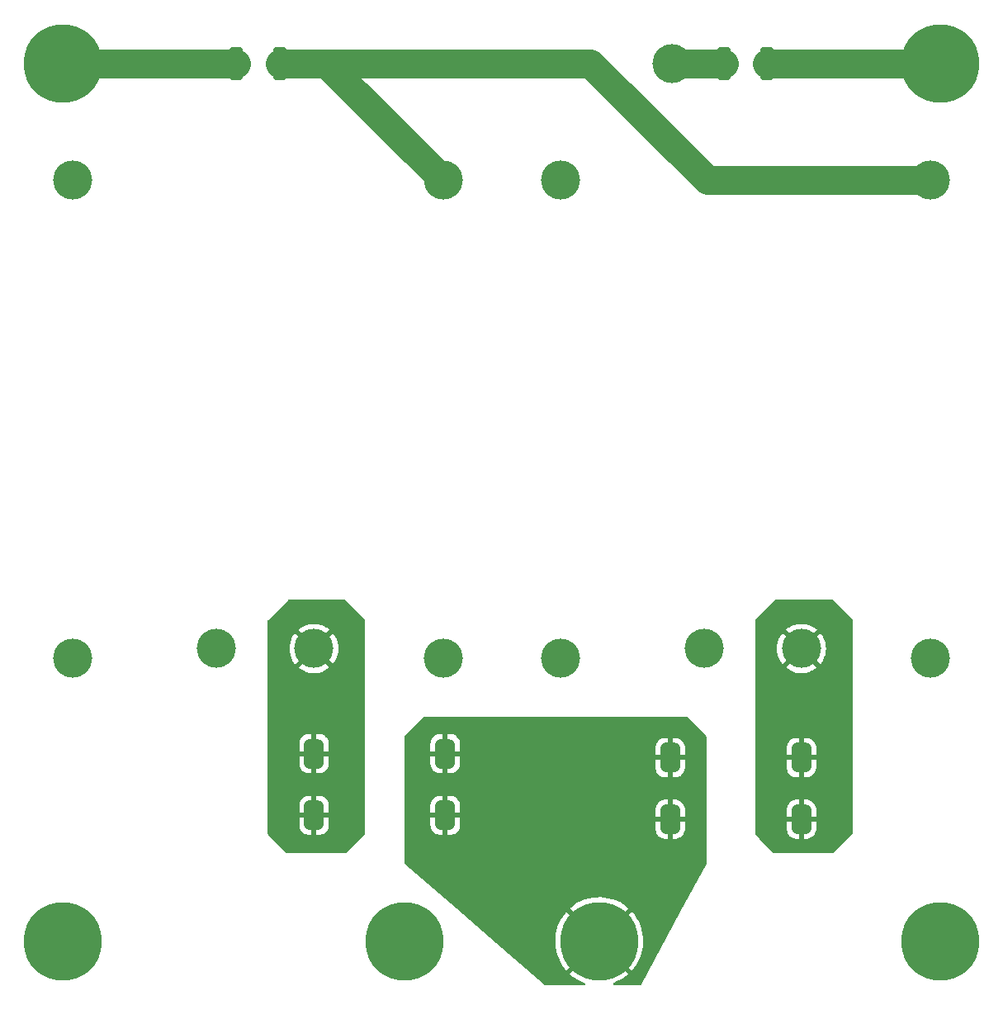
<source format=gbr>
%TF.GenerationSoftware,KiCad,Pcbnew,(6.0.7)*%
%TF.CreationDate,2022-10-27T22:38:12-07:00*%
%TF.ProjectId,3s25ABMS,33733235-4142-44d5-932e-6b696361645f,1.0*%
%TF.SameCoordinates,Original*%
%TF.FileFunction,Copper,L1,Top*%
%TF.FilePolarity,Positive*%
%FSLAX46Y46*%
G04 Gerber Fmt 4.6, Leading zero omitted, Abs format (unit mm)*
G04 Created by KiCad (PCBNEW (6.0.7)) date 2022-10-27 22:38:12*
%MOMM*%
%LPD*%
G01*
G04 APERTURE LIST*
G04 Aperture macros list*
%AMRoundRect*
0 Rectangle with rounded corners*
0 $1 Rounding radius*
0 $2 $3 $4 $5 $6 $7 $8 $9 X,Y pos of 4 corners*
0 Add a 4 corners polygon primitive as box body*
4,1,4,$2,$3,$4,$5,$6,$7,$8,$9,$2,$3,0*
0 Add four circle primitives for the rounded corners*
1,1,$1+$1,$2,$3*
1,1,$1+$1,$4,$5*
1,1,$1+$1,$6,$7*
1,1,$1+$1,$8,$9*
0 Add four rect primitives between the rounded corners*
20,1,$1+$1,$2,$3,$4,$5,0*
20,1,$1+$1,$4,$5,$6,$7,0*
20,1,$1+$1,$6,$7,$8,$9,0*
20,1,$1+$1,$8,$9,$2,$3,0*%
G04 Aperture macros list end*
%TA.AperFunction,SMDPad,CuDef*%
%ADD10RoundRect,0.250000X0.400000X1.450000X-0.400000X1.450000X-0.400000X-1.450000X0.400000X-1.450000X0*%
%TD*%
%TA.AperFunction,ComponentPad*%
%ADD11C,4.000000*%
%TD*%
%TA.AperFunction,ComponentPad*%
%ADD12C,0.900000*%
%TD*%
%TA.AperFunction,ComponentPad*%
%ADD13C,8.000000*%
%TD*%
%TA.AperFunction,SMDPad,CuDef*%
%ADD14RoundRect,0.250000X-0.400000X-1.450000X0.400000X-1.450000X0.400000X1.450000X-0.400000X1.450000X0*%
%TD*%
%TA.AperFunction,SMDPad,CuDef*%
%ADD15RoundRect,0.500000X0.500000X1.000000X-0.500000X1.000000X-0.500000X-1.000000X0.500000X-1.000000X0*%
%TD*%
%TA.AperFunction,SMDPad,CuDef*%
%ADD16RoundRect,0.500000X-0.500000X-1.000000X0.500000X-1.000000X0.500000X1.000000X-0.500000X1.000000X0*%
%TD*%
%TA.AperFunction,ViaPad*%
%ADD17C,4.000000*%
%TD*%
%TA.AperFunction,Conductor*%
%ADD18C,0.250000*%
%TD*%
%TA.AperFunction,Conductor*%
%ADD19C,3.000000*%
%TD*%
G04 APERTURE END LIST*
D10*
%TO.P,F2,1*%
%TO.N,B2*%
X77225000Y-55000000D03*
%TO.P,F2,2*%
%TO.N,Net-(F2-Pad2)*%
X72775000Y-55000000D03*
%TD*%
D11*
%TO.P,U2,6,P-*%
%TO.N,Net-(H6-Pad1)*%
X120750000Y-115000000D03*
%TO.P,U2,5,P+*%
%TO.N,Net-(F4-Pad1)*%
X130750000Y-115000000D03*
%TO.P,U2,4,B2*%
%TO.N,B2*%
X144000000Y-67000000D03*
%TO.P,U2,3,B-*%
%TO.N,B-*%
X106000000Y-67000000D03*
%TO.P,U2,2,B1*%
%TO.N,B1*%
X106000000Y-116000000D03*
%TO.P,U2,1,B+*%
%TO.N,B+*%
X144000000Y-116000000D03*
%TD*%
D12*
%TO.P,H1,1,1*%
%TO.N,B+*%
X58000000Y-145000000D03*
X52000000Y-145000000D03*
X57121320Y-142878680D03*
D13*
X55000000Y-145000000D03*
D12*
X55000000Y-142000000D03*
X52878680Y-142878680D03*
X55000000Y-148000000D03*
X57121320Y-147121320D03*
X52878680Y-147121320D03*
%TD*%
%TO.P,H2,1,1*%
%TO.N,Net-(F2-Pad2)*%
X57121320Y-52878680D03*
X55000000Y-52000000D03*
X52878680Y-57121320D03*
X58000000Y-55000000D03*
X52000000Y-55000000D03*
X57121320Y-57121320D03*
X55000000Y-58000000D03*
D13*
X55000000Y-55000000D03*
D12*
X52878680Y-52878680D03*
%TD*%
D14*
%TO.P,F1,1*%
%TO.N,B1*%
X122775000Y-55000000D03*
%TO.P,F1,2*%
%TO.N,Net-(F1-Pad2)*%
X127225000Y-55000000D03*
%TD*%
D13*
%TO.P,H5,1,1*%
%TO.N,Net-(F3-Pad2)*%
X110000000Y-145000000D03*
D12*
X107878680Y-142878680D03*
X107000000Y-145000000D03*
X113000000Y-145000000D03*
X110000000Y-148000000D03*
X107878680Y-147121320D03*
X112121320Y-142878680D03*
X110000000Y-142000000D03*
X112121320Y-147121320D03*
%TD*%
D15*
%TO.P,F4,1*%
%TO.N,Net-(F4-Pad1)*%
X130750000Y-132500000D03*
X130750000Y-126180000D03*
%TO.P,F4,2*%
%TO.N,Net-(F3-Pad2)*%
X117290000Y-126180000D03*
X117290000Y-132500000D03*
%TD*%
D12*
%TO.P,H6,1,1*%
%TO.N,Net-(H6-Pad1)*%
X87878680Y-142878680D03*
D13*
X90000000Y-145000000D03*
D12*
X90000000Y-148000000D03*
X92121320Y-142878680D03*
X90000000Y-142000000D03*
X87878680Y-147121320D03*
X93000000Y-145000000D03*
X87000000Y-145000000D03*
X92121320Y-147121320D03*
%TD*%
%TO.P,H4,1,1*%
%TO.N,B-*%
X142878680Y-142878680D03*
D13*
X145000000Y-145000000D03*
D12*
X145000000Y-142000000D03*
X147121320Y-147121320D03*
X147121320Y-142878680D03*
X145000000Y-148000000D03*
X142000000Y-145000000D03*
X148000000Y-145000000D03*
X142878680Y-147121320D03*
%TD*%
%TO.P,H3,1,1*%
%TO.N,Net-(F1-Pad2)*%
X145000000Y-58000000D03*
X147121320Y-52878680D03*
X142878680Y-57121320D03*
X142000000Y-55000000D03*
D13*
X145000000Y-55000000D03*
D12*
X147121320Y-57121320D03*
X145000000Y-52000000D03*
X142878680Y-52878680D03*
X148000000Y-55000000D03*
%TD*%
D11*
%TO.P,U1,1,B+*%
%TO.N,B+*%
X94000000Y-116000000D03*
%TO.P,U1,2,B1*%
%TO.N,B1*%
X56000000Y-116000000D03*
%TO.P,U1,3,B-*%
%TO.N,B-*%
X56000000Y-67000000D03*
%TO.P,U1,4,B2*%
%TO.N,B2*%
X94000000Y-67000000D03*
%TO.P,U1,5,P+*%
%TO.N,Net-(F3-Pad1)*%
X80750000Y-115000000D03*
%TO.P,U1,6,P-*%
%TO.N,Net-(H6-Pad1)*%
X70750000Y-115000000D03*
%TD*%
D16*
%TO.P,F3,1*%
%TO.N,Net-(F3-Pad1)*%
X80750000Y-125770000D03*
X80750000Y-132090000D03*
%TO.P,F3,2*%
%TO.N,Net-(F3-Pad2)*%
X94210000Y-125770000D03*
X94210000Y-132090000D03*
%TD*%
D17*
%TO.N,B1*%
X117500000Y-55000000D03*
%TD*%
D18*
%TO.N,Net-(F3-Pad1)*%
X80750000Y-125020000D02*
X80000000Y-125770000D01*
D19*
%TO.N,B1*%
X117500000Y-55000000D02*
X122775000Y-55000000D01*
%TO.N,B2*%
X109100000Y-55000000D02*
X82000000Y-55000000D01*
X144000000Y-67000000D02*
X121100000Y-67000000D01*
X121100000Y-67000000D02*
X109100000Y-55000000D01*
X82000000Y-55000000D02*
X77225000Y-55000000D01*
X94000000Y-67000000D02*
X82000000Y-55000000D01*
D18*
%TO.N,Net-(F4-Pad1)*%
X130000000Y-126180000D02*
X130750000Y-125430000D01*
D19*
%TO.N,Net-(F1-Pad2)*%
X127225000Y-55000000D02*
X145000000Y-55000000D01*
%TO.N,Net-(F2-Pad2)*%
X55000000Y-55000000D02*
X72775000Y-55000000D01*
%TD*%
%TA.AperFunction,Conductor*%
%TO.N,Net-(F3-Pad2)*%
G36*
X106319219Y-121996761D02*
G01*
X118947829Y-121999987D01*
X119015945Y-122020006D01*
X119036892Y-122036892D01*
X120963095Y-123963095D01*
X120997121Y-124025407D01*
X121000000Y-124052190D01*
X121000000Y-136968233D01*
X120984939Y-137027970D01*
X118306605Y-142002020D01*
X114311932Y-149420699D01*
X114309488Y-149425237D01*
X114259581Y-149475732D01*
X114198549Y-149491500D01*
X111557210Y-149491500D01*
X111489089Y-149471498D01*
X111442596Y-149417842D01*
X111432492Y-149347568D01*
X111461986Y-149282988D01*
X111517021Y-149246081D01*
X111629233Y-149208318D01*
X111634563Y-149206250D01*
X112003946Y-149043332D01*
X112009053Y-149040797D01*
X112362145Y-148845075D01*
X112367024Y-148842074D01*
X112700898Y-148615174D01*
X112705511Y-148611723D01*
X112991829Y-148376539D01*
X113000290Y-148364106D01*
X112994040Y-148353250D01*
X112647408Y-148006618D01*
X111762111Y-147121320D01*
X111236023Y-146595233D01*
X110012812Y-145372022D01*
X109998868Y-145364408D01*
X109997035Y-145364539D01*
X109990420Y-145368790D01*
X108763978Y-146595232D01*
X107878680Y-147480529D01*
X107352593Y-148006617D01*
X107007723Y-148351487D01*
X107000109Y-148365431D01*
X107000190Y-148366564D01*
X107005168Y-148374136D01*
X107025401Y-148393539D01*
X107029678Y-148397283D01*
X107345218Y-148649175D01*
X107349801Y-148652505D01*
X107686867Y-148874759D01*
X107691763Y-148877677D01*
X108047543Y-149068444D01*
X108052717Y-149070923D01*
X108424339Y-149228668D01*
X108429680Y-149230654D01*
X108476020Y-149245532D01*
X108534766Y-149285400D01*
X108562631Y-149350700D01*
X108550769Y-149420699D01*
X108502945Y-149473172D01*
X108437503Y-149491500D01*
X104460271Y-149491500D01*
X104392150Y-149471498D01*
X104377750Y-149460717D01*
X104331576Y-149420699D01*
X99409198Y-145154638D01*
X105489964Y-145154638D01*
X105490163Y-145160343D01*
X105522540Y-145562753D01*
X105523258Y-145568430D01*
X105591970Y-145966229D01*
X105593201Y-145971829D01*
X105697689Y-146361786D01*
X105699413Y-146367219D01*
X105838817Y-146746108D01*
X105841025Y-146751362D01*
X106014192Y-147116050D01*
X106016877Y-147121099D01*
X106222390Y-147468606D01*
X106225500Y-147473358D01*
X106461668Y-147800812D01*
X106465208Y-147805278D01*
X106625528Y-147989704D01*
X106638657Y-147998113D01*
X106648570Y-147992220D01*
X106993382Y-147647408D01*
X107878680Y-146762111D01*
X107950260Y-146690531D01*
X108404767Y-146236023D01*
X109627978Y-145012812D01*
X109634356Y-145001132D01*
X110364408Y-145001132D01*
X110364539Y-145002965D01*
X110368790Y-145009580D01*
X111595232Y-146236022D01*
X112049739Y-146690530D01*
X112121319Y-146762110D01*
X113006617Y-147647407D01*
X113350688Y-147991478D01*
X113364134Y-147998820D01*
X113373970Y-147991900D01*
X113573611Y-147755657D01*
X113577097Y-147751130D01*
X113808659Y-147420424D01*
X113811716Y-147415608D01*
X114012350Y-147065281D01*
X114014962Y-147060199D01*
X114183020Y-146693127D01*
X114185159Y-146687834D01*
X114319255Y-146307047D01*
X114320908Y-146301573D01*
X114419939Y-145910206D01*
X114421090Y-145904600D01*
X114484245Y-145505854D01*
X114484880Y-145500192D01*
X114511709Y-145096260D01*
X114511843Y-145092753D01*
X114512796Y-145001773D01*
X114512734Y-144998225D01*
X114494371Y-144593843D01*
X114493855Y-144588165D01*
X114439063Y-144188177D01*
X114438036Y-144182577D01*
X114347216Y-143789198D01*
X114345682Y-143783702D01*
X114219588Y-143400183D01*
X114217558Y-143394841D01*
X114057226Y-143024336D01*
X114054722Y-143019202D01*
X113861471Y-142664752D01*
X113858508Y-142659861D01*
X113633930Y-142324389D01*
X113630537Y-142319787D01*
X113376832Y-142006489D01*
X113363963Y-141999226D01*
X113362596Y-141999305D01*
X113355268Y-142003942D01*
X113006618Y-142352592D01*
X112121320Y-143237889D01*
X111595233Y-143763977D01*
X110372022Y-144987188D01*
X110364408Y-145001132D01*
X109634356Y-145001132D01*
X109635592Y-144998868D01*
X109635461Y-144997035D01*
X109631210Y-144990420D01*
X108404768Y-143763978D01*
X107519471Y-142878680D01*
X106993383Y-142352593D01*
X106650424Y-142009634D01*
X106636480Y-142002020D01*
X106636287Y-142002033D01*
X106627465Y-142008012D01*
X106524743Y-142121298D01*
X106521091Y-142125712D01*
X106278139Y-142448120D01*
X106274906Y-142452843D01*
X106062173Y-142795946D01*
X106059379Y-142800946D01*
X105878624Y-143161905D01*
X105876290Y-143167147D01*
X105728992Y-143543009D01*
X105727149Y-143548422D01*
X105614517Y-143936103D01*
X105613175Y-143941653D01*
X105536142Y-144337952D01*
X105535309Y-144343593D01*
X105494512Y-144745234D01*
X105494192Y-144750958D01*
X105489964Y-145154638D01*
X99409198Y-145154638D01*
X95352361Y-141638713D01*
X107001723Y-141638713D01*
X107001735Y-141639144D01*
X107007102Y-141647892D01*
X107352592Y-141993382D01*
X107809334Y-142450125D01*
X107878679Y-142519470D01*
X108763977Y-143404767D01*
X109987188Y-144627978D01*
X110001132Y-144635592D01*
X110002965Y-144635461D01*
X110009580Y-144631210D01*
X111236022Y-143404768D01*
X112121320Y-142519471D01*
X112190665Y-142450126D01*
X112647407Y-141993383D01*
X112990943Y-141649847D01*
X112998351Y-141636280D01*
X112991609Y-141626624D01*
X112780533Y-141445711D01*
X112776040Y-141442200D01*
X112446969Y-141208341D01*
X112442146Y-141205233D01*
X112093242Y-141002166D01*
X112088177Y-140999519D01*
X111722296Y-140828905D01*
X111717003Y-140826724D01*
X111337166Y-140689973D01*
X111331706Y-140688284D01*
X110941036Y-140586522D01*
X110935446Y-140585334D01*
X110537154Y-140519397D01*
X110531490Y-140518721D01*
X110128851Y-140489153D01*
X110123150Y-140488994D01*
X109719489Y-140496040D01*
X109713801Y-140496398D01*
X109312457Y-140539998D01*
X109306787Y-140540876D01*
X108911058Y-140620669D01*
X108905512Y-140622051D01*
X108518627Y-140737387D01*
X108513223Y-140739269D01*
X108138396Y-140889189D01*
X108133189Y-140891551D01*
X107773475Y-141074834D01*
X107768510Y-141077655D01*
X107426897Y-141292781D01*
X107422202Y-141296044D01*
X107101494Y-141541243D01*
X107097114Y-141544917D01*
X107009910Y-141625106D01*
X107001723Y-141638713D01*
X95352361Y-141638713D01*
X90043479Y-137037682D01*
X90005101Y-136977952D01*
X90000000Y-136942465D01*
X90000000Y-133184681D01*
X92702000Y-133184681D01*
X92702077Y-133187733D01*
X92703233Y-133196945D01*
X92740162Y-133380091D01*
X92743752Y-133391833D01*
X92814978Y-133562943D01*
X92820778Y-133573759D01*
X92923885Y-133727779D01*
X92931678Y-133737266D01*
X93062734Y-133868322D01*
X93072221Y-133876115D01*
X93226241Y-133979222D01*
X93237057Y-133985022D01*
X93408167Y-134056248D01*
X93419909Y-134059838D01*
X93603055Y-134096767D01*
X93612267Y-134097923D01*
X93615319Y-134098000D01*
X93937885Y-134098000D01*
X93953124Y-134093525D01*
X93954329Y-134092135D01*
X93956000Y-134084452D01*
X93956000Y-134079885D01*
X94464000Y-134079885D01*
X94468475Y-134095124D01*
X94469865Y-134096329D01*
X94477548Y-134098000D01*
X94804681Y-134098000D01*
X94807733Y-134097923D01*
X94816945Y-134096767D01*
X95000091Y-134059838D01*
X95011833Y-134056248D01*
X95182943Y-133985022D01*
X95193759Y-133979222D01*
X95347779Y-133876115D01*
X95357266Y-133868322D01*
X95488322Y-133737266D01*
X95496115Y-133727779D01*
X95585216Y-133594681D01*
X115782000Y-133594681D01*
X115782077Y-133597733D01*
X115783233Y-133606945D01*
X115820162Y-133790091D01*
X115823752Y-133801833D01*
X115894978Y-133972943D01*
X115900778Y-133983759D01*
X116003885Y-134137779D01*
X116011678Y-134147266D01*
X116142734Y-134278322D01*
X116152221Y-134286115D01*
X116306241Y-134389222D01*
X116317057Y-134395022D01*
X116488167Y-134466248D01*
X116499909Y-134469838D01*
X116683055Y-134506767D01*
X116692267Y-134507923D01*
X116695319Y-134508000D01*
X117017885Y-134508000D01*
X117033124Y-134503525D01*
X117034329Y-134502135D01*
X117036000Y-134494452D01*
X117036000Y-134489885D01*
X117544000Y-134489885D01*
X117548475Y-134505124D01*
X117549865Y-134506329D01*
X117557548Y-134508000D01*
X117884681Y-134508000D01*
X117887733Y-134507923D01*
X117896945Y-134506767D01*
X118080091Y-134469838D01*
X118091833Y-134466248D01*
X118262943Y-134395022D01*
X118273759Y-134389222D01*
X118427779Y-134286115D01*
X118437266Y-134278322D01*
X118568322Y-134147266D01*
X118576115Y-134137779D01*
X118679222Y-133983759D01*
X118685022Y-133972943D01*
X118756248Y-133801833D01*
X118759838Y-133790091D01*
X118796767Y-133606945D01*
X118797923Y-133597733D01*
X118798000Y-133594681D01*
X118798000Y-132772115D01*
X118793525Y-132756876D01*
X118792135Y-132755671D01*
X118784452Y-132754000D01*
X117562115Y-132754000D01*
X117546876Y-132758475D01*
X117545671Y-132759865D01*
X117544000Y-132767548D01*
X117544000Y-134489885D01*
X117036000Y-134489885D01*
X117036000Y-132772115D01*
X117031525Y-132756876D01*
X117030135Y-132755671D01*
X117022452Y-132754000D01*
X115800115Y-132754000D01*
X115784876Y-132758475D01*
X115783671Y-132759865D01*
X115782000Y-132767548D01*
X115782000Y-133594681D01*
X95585216Y-133594681D01*
X95599222Y-133573759D01*
X95605022Y-133562943D01*
X95676248Y-133391833D01*
X95679838Y-133380091D01*
X95716767Y-133196945D01*
X95717923Y-133187733D01*
X95718000Y-133184681D01*
X95718000Y-132362115D01*
X95713525Y-132346876D01*
X95712135Y-132345671D01*
X95704452Y-132344000D01*
X94482115Y-132344000D01*
X94466876Y-132348475D01*
X94465671Y-132349865D01*
X94464000Y-132357548D01*
X94464000Y-134079885D01*
X93956000Y-134079885D01*
X93956000Y-132362115D01*
X93951525Y-132346876D01*
X93950135Y-132345671D01*
X93942452Y-132344000D01*
X92720115Y-132344000D01*
X92704876Y-132348475D01*
X92703671Y-132349865D01*
X92702000Y-132357548D01*
X92702000Y-133184681D01*
X90000000Y-133184681D01*
X90000000Y-132227885D01*
X115782000Y-132227885D01*
X115786475Y-132243124D01*
X115787865Y-132244329D01*
X115795548Y-132246000D01*
X117017885Y-132246000D01*
X117033124Y-132241525D01*
X117034329Y-132240135D01*
X117036000Y-132232452D01*
X117036000Y-132227885D01*
X117544000Y-132227885D01*
X117548475Y-132243124D01*
X117549865Y-132244329D01*
X117557548Y-132246000D01*
X118779885Y-132246000D01*
X118795124Y-132241525D01*
X118796329Y-132240135D01*
X118798000Y-132232452D01*
X118798000Y-131405319D01*
X118797923Y-131402267D01*
X118796767Y-131393055D01*
X118759838Y-131209909D01*
X118756248Y-131198167D01*
X118685022Y-131027057D01*
X118679222Y-131016241D01*
X118576115Y-130862221D01*
X118568322Y-130852734D01*
X118437266Y-130721678D01*
X118427779Y-130713885D01*
X118273759Y-130610778D01*
X118262943Y-130604978D01*
X118091833Y-130533752D01*
X118080091Y-130530162D01*
X117896945Y-130493233D01*
X117887733Y-130492077D01*
X117884681Y-130492000D01*
X117562115Y-130492000D01*
X117546876Y-130496475D01*
X117545671Y-130497865D01*
X117544000Y-130505548D01*
X117544000Y-132227885D01*
X117036000Y-132227885D01*
X117036000Y-130510115D01*
X117031525Y-130494876D01*
X117030135Y-130493671D01*
X117022452Y-130492000D01*
X116695319Y-130492000D01*
X116692267Y-130492077D01*
X116683055Y-130493233D01*
X116499909Y-130530162D01*
X116488167Y-130533752D01*
X116317057Y-130604978D01*
X116306241Y-130610778D01*
X116152221Y-130713885D01*
X116142734Y-130721678D01*
X116011678Y-130852734D01*
X116003885Y-130862221D01*
X115900778Y-131016241D01*
X115894978Y-131027057D01*
X115823752Y-131198167D01*
X115820162Y-131209909D01*
X115783233Y-131393055D01*
X115782077Y-131402267D01*
X115782000Y-131405319D01*
X115782000Y-132227885D01*
X90000000Y-132227885D01*
X90000000Y-131817885D01*
X92702000Y-131817885D01*
X92706475Y-131833124D01*
X92707865Y-131834329D01*
X92715548Y-131836000D01*
X93937885Y-131836000D01*
X93953124Y-131831525D01*
X93954329Y-131830135D01*
X93956000Y-131822452D01*
X93956000Y-131817885D01*
X94464000Y-131817885D01*
X94468475Y-131833124D01*
X94469865Y-131834329D01*
X94477548Y-131836000D01*
X95699885Y-131836000D01*
X95715124Y-131831525D01*
X95716329Y-131830135D01*
X95718000Y-131822452D01*
X95718000Y-130995319D01*
X95717923Y-130992267D01*
X95716767Y-130983055D01*
X95679838Y-130799909D01*
X95676248Y-130788167D01*
X95605022Y-130617057D01*
X95599222Y-130606241D01*
X95496115Y-130452221D01*
X95488322Y-130442734D01*
X95357266Y-130311678D01*
X95347779Y-130303885D01*
X95193759Y-130200778D01*
X95182943Y-130194978D01*
X95011833Y-130123752D01*
X95000091Y-130120162D01*
X94816945Y-130083233D01*
X94807733Y-130082077D01*
X94804681Y-130082000D01*
X94482115Y-130082000D01*
X94466876Y-130086475D01*
X94465671Y-130087865D01*
X94464000Y-130095548D01*
X94464000Y-131817885D01*
X93956000Y-131817885D01*
X93956000Y-130100115D01*
X93951525Y-130084876D01*
X93950135Y-130083671D01*
X93942452Y-130082000D01*
X93615319Y-130082000D01*
X93612267Y-130082077D01*
X93603055Y-130083233D01*
X93419909Y-130120162D01*
X93408167Y-130123752D01*
X93237057Y-130194978D01*
X93226241Y-130200778D01*
X93072221Y-130303885D01*
X93062734Y-130311678D01*
X92931678Y-130442734D01*
X92923885Y-130452221D01*
X92820778Y-130606241D01*
X92814978Y-130617057D01*
X92743752Y-130788167D01*
X92740162Y-130799909D01*
X92703233Y-130983055D01*
X92702077Y-130992267D01*
X92702000Y-130995319D01*
X92702000Y-131817885D01*
X90000000Y-131817885D01*
X90000000Y-126864681D01*
X92702000Y-126864681D01*
X92702077Y-126867733D01*
X92703233Y-126876945D01*
X92740162Y-127060091D01*
X92743752Y-127071833D01*
X92814978Y-127242943D01*
X92820778Y-127253759D01*
X92923885Y-127407779D01*
X92931678Y-127417266D01*
X93062734Y-127548322D01*
X93072221Y-127556115D01*
X93226241Y-127659222D01*
X93237057Y-127665022D01*
X93408167Y-127736248D01*
X93419909Y-127739838D01*
X93603055Y-127776767D01*
X93612267Y-127777923D01*
X93615319Y-127778000D01*
X93937885Y-127778000D01*
X93953124Y-127773525D01*
X93954329Y-127772135D01*
X93956000Y-127764452D01*
X93956000Y-127759885D01*
X94464000Y-127759885D01*
X94468475Y-127775124D01*
X94469865Y-127776329D01*
X94477548Y-127778000D01*
X94804681Y-127778000D01*
X94807733Y-127777923D01*
X94816945Y-127776767D01*
X95000091Y-127739838D01*
X95011833Y-127736248D01*
X95182943Y-127665022D01*
X95193759Y-127659222D01*
X95347779Y-127556115D01*
X95357266Y-127548322D01*
X95488322Y-127417266D01*
X95496115Y-127407779D01*
X95585216Y-127274681D01*
X115782000Y-127274681D01*
X115782077Y-127277733D01*
X115783233Y-127286945D01*
X115820162Y-127470091D01*
X115823752Y-127481833D01*
X115894978Y-127652943D01*
X115900778Y-127663759D01*
X116003885Y-127817779D01*
X116011678Y-127827266D01*
X116142734Y-127958322D01*
X116152221Y-127966115D01*
X116306241Y-128069222D01*
X116317057Y-128075022D01*
X116488167Y-128146248D01*
X116499909Y-128149838D01*
X116683055Y-128186767D01*
X116692267Y-128187923D01*
X116695319Y-128188000D01*
X117017885Y-128188000D01*
X117033124Y-128183525D01*
X117034329Y-128182135D01*
X117036000Y-128174452D01*
X117036000Y-128169885D01*
X117544000Y-128169885D01*
X117548475Y-128185124D01*
X117549865Y-128186329D01*
X117557548Y-128188000D01*
X117884681Y-128188000D01*
X117887733Y-128187923D01*
X117896945Y-128186767D01*
X118080091Y-128149838D01*
X118091833Y-128146248D01*
X118262943Y-128075022D01*
X118273759Y-128069222D01*
X118427779Y-127966115D01*
X118437266Y-127958322D01*
X118568322Y-127827266D01*
X118576115Y-127817779D01*
X118679222Y-127663759D01*
X118685022Y-127652943D01*
X118756248Y-127481833D01*
X118759838Y-127470091D01*
X118796767Y-127286945D01*
X118797923Y-127277733D01*
X118798000Y-127274681D01*
X118798000Y-126452115D01*
X118793525Y-126436876D01*
X118792135Y-126435671D01*
X118784452Y-126434000D01*
X117562115Y-126434000D01*
X117546876Y-126438475D01*
X117545671Y-126439865D01*
X117544000Y-126447548D01*
X117544000Y-128169885D01*
X117036000Y-128169885D01*
X117036000Y-126452115D01*
X117031525Y-126436876D01*
X117030135Y-126435671D01*
X117022452Y-126434000D01*
X115800115Y-126434000D01*
X115784876Y-126438475D01*
X115783671Y-126439865D01*
X115782000Y-126447548D01*
X115782000Y-127274681D01*
X95585216Y-127274681D01*
X95599222Y-127253759D01*
X95605022Y-127242943D01*
X95676248Y-127071833D01*
X95679838Y-127060091D01*
X95716767Y-126876945D01*
X95717923Y-126867733D01*
X95718000Y-126864681D01*
X95718000Y-126042115D01*
X95713525Y-126026876D01*
X95712135Y-126025671D01*
X95704452Y-126024000D01*
X94482115Y-126024000D01*
X94466876Y-126028475D01*
X94465671Y-126029865D01*
X94464000Y-126037548D01*
X94464000Y-127759885D01*
X93956000Y-127759885D01*
X93956000Y-126042115D01*
X93951525Y-126026876D01*
X93950135Y-126025671D01*
X93942452Y-126024000D01*
X92720115Y-126024000D01*
X92704876Y-126028475D01*
X92703671Y-126029865D01*
X92702000Y-126037548D01*
X92702000Y-126864681D01*
X90000000Y-126864681D01*
X90000000Y-125907885D01*
X115782000Y-125907885D01*
X115786475Y-125923124D01*
X115787865Y-125924329D01*
X115795548Y-125926000D01*
X117017885Y-125926000D01*
X117033124Y-125921525D01*
X117034329Y-125920135D01*
X117036000Y-125912452D01*
X117036000Y-125907885D01*
X117544000Y-125907885D01*
X117548475Y-125923124D01*
X117549865Y-125924329D01*
X117557548Y-125926000D01*
X118779885Y-125926000D01*
X118795124Y-125921525D01*
X118796329Y-125920135D01*
X118798000Y-125912452D01*
X118798000Y-125085319D01*
X118797923Y-125082267D01*
X118796767Y-125073055D01*
X118759838Y-124889909D01*
X118756248Y-124878167D01*
X118685022Y-124707057D01*
X118679222Y-124696241D01*
X118576115Y-124542221D01*
X118568322Y-124532734D01*
X118437266Y-124401678D01*
X118427779Y-124393885D01*
X118273759Y-124290778D01*
X118262943Y-124284978D01*
X118091833Y-124213752D01*
X118080091Y-124210162D01*
X117896945Y-124173233D01*
X117887733Y-124172077D01*
X117884681Y-124172000D01*
X117562115Y-124172000D01*
X117546876Y-124176475D01*
X117545671Y-124177865D01*
X117544000Y-124185548D01*
X117544000Y-125907885D01*
X117036000Y-125907885D01*
X117036000Y-124190115D01*
X117031525Y-124174876D01*
X117030135Y-124173671D01*
X117022452Y-124172000D01*
X116695319Y-124172000D01*
X116692267Y-124172077D01*
X116683055Y-124173233D01*
X116499909Y-124210162D01*
X116488167Y-124213752D01*
X116317057Y-124284978D01*
X116306241Y-124290778D01*
X116152221Y-124393885D01*
X116142734Y-124401678D01*
X116011678Y-124532734D01*
X116003885Y-124542221D01*
X115900778Y-124696241D01*
X115894978Y-124707057D01*
X115823752Y-124878167D01*
X115820162Y-124889909D01*
X115783233Y-125073055D01*
X115782077Y-125082267D01*
X115782000Y-125085319D01*
X115782000Y-125907885D01*
X90000000Y-125907885D01*
X90000000Y-125497885D01*
X92702000Y-125497885D01*
X92706475Y-125513124D01*
X92707865Y-125514329D01*
X92715548Y-125516000D01*
X93937885Y-125516000D01*
X93953124Y-125511525D01*
X93954329Y-125510135D01*
X93956000Y-125502452D01*
X93956000Y-125497885D01*
X94464000Y-125497885D01*
X94468475Y-125513124D01*
X94469865Y-125514329D01*
X94477548Y-125516000D01*
X95699885Y-125516000D01*
X95715124Y-125511525D01*
X95716329Y-125510135D01*
X95718000Y-125502452D01*
X95718000Y-124675319D01*
X95717923Y-124672267D01*
X95716767Y-124663055D01*
X95679838Y-124479909D01*
X95676248Y-124468167D01*
X95605022Y-124297057D01*
X95599222Y-124286241D01*
X95496115Y-124132221D01*
X95488322Y-124122734D01*
X95357266Y-123991678D01*
X95347779Y-123983885D01*
X95193759Y-123880778D01*
X95182943Y-123874978D01*
X95011833Y-123803752D01*
X95000091Y-123800162D01*
X94816945Y-123763233D01*
X94807733Y-123762077D01*
X94804681Y-123762000D01*
X94482115Y-123762000D01*
X94466876Y-123766475D01*
X94465671Y-123767865D01*
X94464000Y-123775548D01*
X94464000Y-125497885D01*
X93956000Y-125497885D01*
X93956000Y-123780115D01*
X93951525Y-123764876D01*
X93950135Y-123763671D01*
X93942452Y-123762000D01*
X93615319Y-123762000D01*
X93612267Y-123762077D01*
X93603055Y-123763233D01*
X93419909Y-123800162D01*
X93408167Y-123803752D01*
X93237057Y-123874978D01*
X93226241Y-123880778D01*
X93072221Y-123983885D01*
X93062734Y-123991678D01*
X92931678Y-124122734D01*
X92923885Y-124132221D01*
X92820778Y-124286241D01*
X92814978Y-124297057D01*
X92743752Y-124468167D01*
X92740162Y-124479909D01*
X92703233Y-124663055D01*
X92702077Y-124672267D01*
X92702000Y-124675319D01*
X92702000Y-125497885D01*
X90000000Y-125497885D01*
X90000000Y-124052063D01*
X90020002Y-123983942D01*
X90036751Y-123963122D01*
X90347658Y-123651139D01*
X91963033Y-122030175D01*
X92025284Y-121996043D01*
X92052309Y-121993117D01*
X106319219Y-121996761D01*
G37*
%TD.AperFunction*%
%TD*%
%TA.AperFunction,Conductor*%
%TO.N,Net-(F3-Pad1)*%
G36*
X84015931Y-110020002D02*
G01*
X84036905Y-110036905D01*
X85963095Y-111963095D01*
X85997121Y-112025407D01*
X86000000Y-112052190D01*
X86000000Y-133947810D01*
X85979998Y-134015931D01*
X85963095Y-134036905D01*
X84036905Y-135963095D01*
X83974593Y-135997121D01*
X83947810Y-136000000D01*
X77954093Y-136000000D01*
X77885972Y-135979998D01*
X77862743Y-135960782D01*
X76093027Y-134097923D01*
X76034650Y-134036473D01*
X76002233Y-133973311D01*
X76000000Y-133949692D01*
X76000000Y-133184681D01*
X79242000Y-133184681D01*
X79242077Y-133187733D01*
X79243233Y-133196945D01*
X79280162Y-133380091D01*
X79283752Y-133391833D01*
X79354978Y-133562943D01*
X79360778Y-133573759D01*
X79463885Y-133727779D01*
X79471678Y-133737266D01*
X79602734Y-133868322D01*
X79612221Y-133876115D01*
X79766241Y-133979222D01*
X79777057Y-133985022D01*
X79948167Y-134056248D01*
X79959909Y-134059838D01*
X80143055Y-134096767D01*
X80152267Y-134097923D01*
X80155319Y-134098000D01*
X80477885Y-134098000D01*
X80493124Y-134093525D01*
X80494329Y-134092135D01*
X80496000Y-134084452D01*
X80496000Y-134079885D01*
X81004000Y-134079885D01*
X81008475Y-134095124D01*
X81009865Y-134096329D01*
X81017548Y-134098000D01*
X81344681Y-134098000D01*
X81347733Y-134097923D01*
X81356945Y-134096767D01*
X81540091Y-134059838D01*
X81551833Y-134056248D01*
X81722943Y-133985022D01*
X81733759Y-133979222D01*
X81887779Y-133876115D01*
X81897266Y-133868322D01*
X82028322Y-133737266D01*
X82036115Y-133727779D01*
X82139222Y-133573759D01*
X82145022Y-133562943D01*
X82216248Y-133391833D01*
X82219838Y-133380091D01*
X82256767Y-133196945D01*
X82257923Y-133187733D01*
X82258000Y-133184681D01*
X82258000Y-132362115D01*
X82253525Y-132346876D01*
X82252135Y-132345671D01*
X82244452Y-132344000D01*
X81022115Y-132344000D01*
X81006876Y-132348475D01*
X81005671Y-132349865D01*
X81004000Y-132357548D01*
X81004000Y-134079885D01*
X80496000Y-134079885D01*
X80496000Y-132362115D01*
X80491525Y-132346876D01*
X80490135Y-132345671D01*
X80482452Y-132344000D01*
X79260115Y-132344000D01*
X79244876Y-132348475D01*
X79243671Y-132349865D01*
X79242000Y-132357548D01*
X79242000Y-133184681D01*
X76000000Y-133184681D01*
X76000000Y-131817885D01*
X79242000Y-131817885D01*
X79246475Y-131833124D01*
X79247865Y-131834329D01*
X79255548Y-131836000D01*
X80477885Y-131836000D01*
X80493124Y-131831525D01*
X80494329Y-131830135D01*
X80496000Y-131822452D01*
X80496000Y-131817885D01*
X81004000Y-131817885D01*
X81008475Y-131833124D01*
X81009865Y-131834329D01*
X81017548Y-131836000D01*
X82239885Y-131836000D01*
X82255124Y-131831525D01*
X82256329Y-131830135D01*
X82258000Y-131822452D01*
X82258000Y-130995319D01*
X82257923Y-130992267D01*
X82256767Y-130983055D01*
X82219838Y-130799909D01*
X82216248Y-130788167D01*
X82145022Y-130617057D01*
X82139222Y-130606241D01*
X82036115Y-130452221D01*
X82028322Y-130442734D01*
X81897266Y-130311678D01*
X81887779Y-130303885D01*
X81733759Y-130200778D01*
X81722943Y-130194978D01*
X81551833Y-130123752D01*
X81540091Y-130120162D01*
X81356945Y-130083233D01*
X81347733Y-130082077D01*
X81344681Y-130082000D01*
X81022115Y-130082000D01*
X81006876Y-130086475D01*
X81005671Y-130087865D01*
X81004000Y-130095548D01*
X81004000Y-131817885D01*
X80496000Y-131817885D01*
X80496000Y-130100115D01*
X80491525Y-130084876D01*
X80490135Y-130083671D01*
X80482452Y-130082000D01*
X80155319Y-130082000D01*
X80152267Y-130082077D01*
X80143055Y-130083233D01*
X79959909Y-130120162D01*
X79948167Y-130123752D01*
X79777057Y-130194978D01*
X79766241Y-130200778D01*
X79612221Y-130303885D01*
X79602734Y-130311678D01*
X79471678Y-130442734D01*
X79463885Y-130452221D01*
X79360778Y-130606241D01*
X79354978Y-130617057D01*
X79283752Y-130788167D01*
X79280162Y-130799909D01*
X79243233Y-130983055D01*
X79242077Y-130992267D01*
X79242000Y-130995319D01*
X79242000Y-131817885D01*
X76000000Y-131817885D01*
X76000000Y-126864681D01*
X79242000Y-126864681D01*
X79242077Y-126867733D01*
X79243233Y-126876945D01*
X79280162Y-127060091D01*
X79283752Y-127071833D01*
X79354978Y-127242943D01*
X79360778Y-127253759D01*
X79463885Y-127407779D01*
X79471678Y-127417266D01*
X79602734Y-127548322D01*
X79612221Y-127556115D01*
X79766241Y-127659222D01*
X79777057Y-127665022D01*
X79948167Y-127736248D01*
X79959909Y-127739838D01*
X80143055Y-127776767D01*
X80152267Y-127777923D01*
X80155319Y-127778000D01*
X80477885Y-127778000D01*
X80493124Y-127773525D01*
X80494329Y-127772135D01*
X80496000Y-127764452D01*
X80496000Y-127759885D01*
X81004000Y-127759885D01*
X81008475Y-127775124D01*
X81009865Y-127776329D01*
X81017548Y-127778000D01*
X81344681Y-127778000D01*
X81347733Y-127777923D01*
X81356945Y-127776767D01*
X81540091Y-127739838D01*
X81551833Y-127736248D01*
X81722943Y-127665022D01*
X81733759Y-127659222D01*
X81887779Y-127556115D01*
X81897266Y-127548322D01*
X82028322Y-127417266D01*
X82036115Y-127407779D01*
X82139222Y-127253759D01*
X82145022Y-127242943D01*
X82216248Y-127071833D01*
X82219838Y-127060091D01*
X82256767Y-126876945D01*
X82257923Y-126867733D01*
X82258000Y-126864681D01*
X82258000Y-126042115D01*
X82253525Y-126026876D01*
X82252135Y-126025671D01*
X82244452Y-126024000D01*
X81022115Y-126024000D01*
X81006876Y-126028475D01*
X81005671Y-126029865D01*
X81004000Y-126037548D01*
X81004000Y-127759885D01*
X80496000Y-127759885D01*
X80496000Y-126042115D01*
X80491525Y-126026876D01*
X80490135Y-126025671D01*
X80482452Y-126024000D01*
X79260115Y-126024000D01*
X79244876Y-126028475D01*
X79243671Y-126029865D01*
X79242000Y-126037548D01*
X79242000Y-126864681D01*
X76000000Y-126864681D01*
X76000000Y-125497885D01*
X79242000Y-125497885D01*
X79246475Y-125513124D01*
X79247865Y-125514329D01*
X79255548Y-125516000D01*
X80477885Y-125516000D01*
X80493124Y-125511525D01*
X80494329Y-125510135D01*
X80496000Y-125502452D01*
X80496000Y-125497885D01*
X81004000Y-125497885D01*
X81008475Y-125513124D01*
X81009865Y-125514329D01*
X81017548Y-125516000D01*
X82239885Y-125516000D01*
X82255124Y-125511525D01*
X82256329Y-125510135D01*
X82258000Y-125502452D01*
X82258000Y-124675319D01*
X82257923Y-124672267D01*
X82256767Y-124663055D01*
X82219838Y-124479909D01*
X82216248Y-124468167D01*
X82145022Y-124297057D01*
X82139222Y-124286241D01*
X82036115Y-124132221D01*
X82028322Y-124122734D01*
X81897266Y-123991678D01*
X81887779Y-123983885D01*
X81733759Y-123880778D01*
X81722943Y-123874978D01*
X81551833Y-123803752D01*
X81540091Y-123800162D01*
X81356945Y-123763233D01*
X81347733Y-123762077D01*
X81344681Y-123762000D01*
X81022115Y-123762000D01*
X81006876Y-123766475D01*
X81005671Y-123767865D01*
X81004000Y-123775548D01*
X81004000Y-125497885D01*
X80496000Y-125497885D01*
X80496000Y-123780115D01*
X80491525Y-123764876D01*
X80490135Y-123763671D01*
X80482452Y-123762000D01*
X80155319Y-123762000D01*
X80152267Y-123762077D01*
X80143055Y-123763233D01*
X79959909Y-123800162D01*
X79948167Y-123803752D01*
X79777057Y-123874978D01*
X79766241Y-123880778D01*
X79612221Y-123983885D01*
X79602734Y-123991678D01*
X79471678Y-124122734D01*
X79463885Y-124132221D01*
X79360778Y-124286241D01*
X79354978Y-124297057D01*
X79283752Y-124468167D01*
X79280162Y-124479909D01*
X79243233Y-124663055D01*
X79242077Y-124672267D01*
X79242000Y-124675319D01*
X79242000Y-125497885D01*
X76000000Y-125497885D01*
X76000000Y-116945987D01*
X79168721Y-116945987D01*
X79177548Y-116957605D01*
X79400281Y-117119430D01*
X79406961Y-117123670D01*
X79676572Y-117271890D01*
X79683707Y-117275247D01*
X79969770Y-117388508D01*
X79977296Y-117390953D01*
X80275279Y-117467462D01*
X80283050Y-117468945D01*
X80588278Y-117507503D01*
X80596169Y-117508000D01*
X80903831Y-117508000D01*
X80911722Y-117507503D01*
X81216950Y-117468945D01*
X81224721Y-117467462D01*
X81522704Y-117390953D01*
X81530230Y-117388508D01*
X81816293Y-117275247D01*
X81823428Y-117271890D01*
X82093039Y-117123670D01*
X82099719Y-117119430D01*
X82322823Y-116957336D01*
X82331246Y-116946413D01*
X82324342Y-116933552D01*
X80762812Y-115372022D01*
X80748868Y-115364408D01*
X80747035Y-115364539D01*
X80740420Y-115368790D01*
X79175334Y-116933876D01*
X79168721Y-116945987D01*
X76000000Y-116945987D01*
X76000000Y-115003958D01*
X78237290Y-115003958D01*
X78256607Y-115310994D01*
X78257600Y-115318855D01*
X78315246Y-115621046D01*
X78317217Y-115628723D01*
X78412284Y-115921309D01*
X78415199Y-115928672D01*
X78546189Y-116207041D01*
X78550001Y-116213974D01*
X78714851Y-116473736D01*
X78719495Y-116480129D01*
X78794497Y-116570790D01*
X78807014Y-116579245D01*
X78817752Y-116573038D01*
X80377978Y-115012812D01*
X80384356Y-115001132D01*
X81114408Y-115001132D01*
X81114539Y-115002965D01*
X81118790Y-115009580D01*
X82681145Y-116571935D01*
X82694407Y-116579177D01*
X82704512Y-116571988D01*
X82780505Y-116480129D01*
X82785149Y-116473736D01*
X82949999Y-116213974D01*
X82953811Y-116207041D01*
X83084801Y-115928672D01*
X83087716Y-115921309D01*
X83182783Y-115628723D01*
X83184754Y-115621046D01*
X83242400Y-115318855D01*
X83243393Y-115310994D01*
X83262710Y-115003958D01*
X83262710Y-114996042D01*
X83243393Y-114689006D01*
X83242400Y-114681145D01*
X83184754Y-114378954D01*
X83182783Y-114371277D01*
X83087716Y-114078691D01*
X83084801Y-114071328D01*
X82953811Y-113792959D01*
X82949999Y-113786026D01*
X82785149Y-113526264D01*
X82780505Y-113519871D01*
X82705503Y-113429210D01*
X82692986Y-113420755D01*
X82682248Y-113426962D01*
X81122022Y-114987188D01*
X81114408Y-115001132D01*
X80384356Y-115001132D01*
X80385592Y-114998868D01*
X80385461Y-114997035D01*
X80381210Y-114990420D01*
X78818855Y-113428065D01*
X78805593Y-113420823D01*
X78795488Y-113428012D01*
X78719495Y-113519871D01*
X78714851Y-113526264D01*
X78550001Y-113786026D01*
X78546189Y-113792959D01*
X78415199Y-114071328D01*
X78412284Y-114078691D01*
X78317217Y-114371277D01*
X78315246Y-114378954D01*
X78257600Y-114681145D01*
X78256607Y-114689006D01*
X78237290Y-114996042D01*
X78237290Y-115003958D01*
X76000000Y-115003958D01*
X76000000Y-113053587D01*
X79168754Y-113053587D01*
X79175658Y-113066448D01*
X80737188Y-114627978D01*
X80751132Y-114635592D01*
X80752965Y-114635461D01*
X80759580Y-114631210D01*
X82324666Y-113066124D01*
X82331279Y-113054013D01*
X82322452Y-113042395D01*
X82099719Y-112880570D01*
X82093039Y-112876330D01*
X81823428Y-112728110D01*
X81816293Y-112724753D01*
X81530230Y-112611492D01*
X81522704Y-112609047D01*
X81224721Y-112532538D01*
X81216950Y-112531055D01*
X80911722Y-112492497D01*
X80903831Y-112492000D01*
X80596169Y-112492000D01*
X80588278Y-112492497D01*
X80283050Y-112531055D01*
X80275279Y-112532538D01*
X79977296Y-112609047D01*
X79969770Y-112611492D01*
X79683707Y-112724753D01*
X79676572Y-112728110D01*
X79406961Y-112876330D01*
X79400281Y-112880570D01*
X79177177Y-113042664D01*
X79168754Y-113053587D01*
X76000000Y-113053587D01*
X76000000Y-112152190D01*
X76020002Y-112084069D01*
X76036905Y-112063095D01*
X78063095Y-110036905D01*
X78125407Y-110002879D01*
X78152190Y-110000000D01*
X83947810Y-110000000D01*
X84015931Y-110020002D01*
G37*
%TD.AperFunction*%
%TD*%
%TA.AperFunction,Conductor*%
%TO.N,Net-(F4-Pad1)*%
G36*
X134015931Y-110020002D02*
G01*
X134036905Y-110036905D01*
X135963095Y-111963095D01*
X135997121Y-112025407D01*
X136000000Y-112052190D01*
X136000000Y-133947810D01*
X135979998Y-134015931D01*
X135963095Y-134036905D01*
X134036905Y-135963095D01*
X133974593Y-135997121D01*
X133947810Y-136000000D01*
X127954093Y-136000000D01*
X127885972Y-135979998D01*
X127862743Y-135960782D01*
X126482527Y-134507923D01*
X126034650Y-134036473D01*
X126002233Y-133973311D01*
X126000000Y-133949692D01*
X126000000Y-133594681D01*
X129242000Y-133594681D01*
X129242077Y-133597733D01*
X129243233Y-133606945D01*
X129280162Y-133790091D01*
X129283752Y-133801833D01*
X129354978Y-133972943D01*
X129360778Y-133983759D01*
X129463885Y-134137779D01*
X129471678Y-134147266D01*
X129602734Y-134278322D01*
X129612221Y-134286115D01*
X129766241Y-134389222D01*
X129777057Y-134395022D01*
X129948167Y-134466248D01*
X129959909Y-134469838D01*
X130143055Y-134506767D01*
X130152267Y-134507923D01*
X130155319Y-134508000D01*
X130477885Y-134508000D01*
X130493124Y-134503525D01*
X130494329Y-134502135D01*
X130496000Y-134494452D01*
X130496000Y-134489885D01*
X131004000Y-134489885D01*
X131008475Y-134505124D01*
X131009865Y-134506329D01*
X131017548Y-134508000D01*
X131344681Y-134508000D01*
X131347733Y-134507923D01*
X131356945Y-134506767D01*
X131540091Y-134469838D01*
X131551833Y-134466248D01*
X131722943Y-134395022D01*
X131733759Y-134389222D01*
X131887779Y-134286115D01*
X131897266Y-134278322D01*
X132028322Y-134147266D01*
X132036115Y-134137779D01*
X132139222Y-133983759D01*
X132145022Y-133972943D01*
X132216248Y-133801833D01*
X132219838Y-133790091D01*
X132256767Y-133606945D01*
X132257923Y-133597733D01*
X132258000Y-133594681D01*
X132258000Y-132772115D01*
X132253525Y-132756876D01*
X132252135Y-132755671D01*
X132244452Y-132754000D01*
X131022115Y-132754000D01*
X131006876Y-132758475D01*
X131005671Y-132759865D01*
X131004000Y-132767548D01*
X131004000Y-134489885D01*
X130496000Y-134489885D01*
X130496000Y-132772115D01*
X130491525Y-132756876D01*
X130490135Y-132755671D01*
X130482452Y-132754000D01*
X129260115Y-132754000D01*
X129244876Y-132758475D01*
X129243671Y-132759865D01*
X129242000Y-132767548D01*
X129242000Y-133594681D01*
X126000000Y-133594681D01*
X126000000Y-132227885D01*
X129242000Y-132227885D01*
X129246475Y-132243124D01*
X129247865Y-132244329D01*
X129255548Y-132246000D01*
X130477885Y-132246000D01*
X130493124Y-132241525D01*
X130494329Y-132240135D01*
X130496000Y-132232452D01*
X130496000Y-132227885D01*
X131004000Y-132227885D01*
X131008475Y-132243124D01*
X131009865Y-132244329D01*
X131017548Y-132246000D01*
X132239885Y-132246000D01*
X132255124Y-132241525D01*
X132256329Y-132240135D01*
X132258000Y-132232452D01*
X132258000Y-131405319D01*
X132257923Y-131402267D01*
X132256767Y-131393055D01*
X132219838Y-131209909D01*
X132216248Y-131198167D01*
X132145022Y-131027057D01*
X132139222Y-131016241D01*
X132036115Y-130862221D01*
X132028322Y-130852734D01*
X131897266Y-130721678D01*
X131887779Y-130713885D01*
X131733759Y-130610778D01*
X131722943Y-130604978D01*
X131551833Y-130533752D01*
X131540091Y-130530162D01*
X131356945Y-130493233D01*
X131347733Y-130492077D01*
X131344681Y-130492000D01*
X131022115Y-130492000D01*
X131006876Y-130496475D01*
X131005671Y-130497865D01*
X131004000Y-130505548D01*
X131004000Y-132227885D01*
X130496000Y-132227885D01*
X130496000Y-130510115D01*
X130491525Y-130494876D01*
X130490135Y-130493671D01*
X130482452Y-130492000D01*
X130155319Y-130492000D01*
X130152267Y-130492077D01*
X130143055Y-130493233D01*
X129959909Y-130530162D01*
X129948167Y-130533752D01*
X129777057Y-130604978D01*
X129766241Y-130610778D01*
X129612221Y-130713885D01*
X129602734Y-130721678D01*
X129471678Y-130852734D01*
X129463885Y-130862221D01*
X129360778Y-131016241D01*
X129354978Y-131027057D01*
X129283752Y-131198167D01*
X129280162Y-131209909D01*
X129243233Y-131393055D01*
X129242077Y-131402267D01*
X129242000Y-131405319D01*
X129242000Y-132227885D01*
X126000000Y-132227885D01*
X126000000Y-127274681D01*
X129242000Y-127274681D01*
X129242077Y-127277733D01*
X129243233Y-127286945D01*
X129280162Y-127470091D01*
X129283752Y-127481833D01*
X129354978Y-127652943D01*
X129360778Y-127663759D01*
X129463885Y-127817779D01*
X129471678Y-127827266D01*
X129602734Y-127958322D01*
X129612221Y-127966115D01*
X129766241Y-128069222D01*
X129777057Y-128075022D01*
X129948167Y-128146248D01*
X129959909Y-128149838D01*
X130143055Y-128186767D01*
X130152267Y-128187923D01*
X130155319Y-128188000D01*
X130477885Y-128188000D01*
X130493124Y-128183525D01*
X130494329Y-128182135D01*
X130496000Y-128174452D01*
X130496000Y-128169885D01*
X131004000Y-128169885D01*
X131008475Y-128185124D01*
X131009865Y-128186329D01*
X131017548Y-128188000D01*
X131344681Y-128188000D01*
X131347733Y-128187923D01*
X131356945Y-128186767D01*
X131540091Y-128149838D01*
X131551833Y-128146248D01*
X131722943Y-128075022D01*
X131733759Y-128069222D01*
X131887779Y-127966115D01*
X131897266Y-127958322D01*
X132028322Y-127827266D01*
X132036115Y-127817779D01*
X132139222Y-127663759D01*
X132145022Y-127652943D01*
X132216248Y-127481833D01*
X132219838Y-127470091D01*
X132256767Y-127286945D01*
X132257923Y-127277733D01*
X132258000Y-127274681D01*
X132258000Y-126452115D01*
X132253525Y-126436876D01*
X132252135Y-126435671D01*
X132244452Y-126434000D01*
X131022115Y-126434000D01*
X131006876Y-126438475D01*
X131005671Y-126439865D01*
X131004000Y-126447548D01*
X131004000Y-128169885D01*
X130496000Y-128169885D01*
X130496000Y-126452115D01*
X130491525Y-126436876D01*
X130490135Y-126435671D01*
X130482452Y-126434000D01*
X129260115Y-126434000D01*
X129244876Y-126438475D01*
X129243671Y-126439865D01*
X129242000Y-126447548D01*
X129242000Y-127274681D01*
X126000000Y-127274681D01*
X126000000Y-125907885D01*
X129242000Y-125907885D01*
X129246475Y-125923124D01*
X129247865Y-125924329D01*
X129255548Y-125926000D01*
X130477885Y-125926000D01*
X130493124Y-125921525D01*
X130494329Y-125920135D01*
X130496000Y-125912452D01*
X130496000Y-125907885D01*
X131004000Y-125907885D01*
X131008475Y-125923124D01*
X131009865Y-125924329D01*
X131017548Y-125926000D01*
X132239885Y-125926000D01*
X132255124Y-125921525D01*
X132256329Y-125920135D01*
X132258000Y-125912452D01*
X132258000Y-125085319D01*
X132257923Y-125082267D01*
X132256767Y-125073055D01*
X132219838Y-124889909D01*
X132216248Y-124878167D01*
X132145022Y-124707057D01*
X132139222Y-124696241D01*
X132036115Y-124542221D01*
X132028322Y-124532734D01*
X131897266Y-124401678D01*
X131887779Y-124393885D01*
X131733759Y-124290778D01*
X131722943Y-124284978D01*
X131551833Y-124213752D01*
X131540091Y-124210162D01*
X131356945Y-124173233D01*
X131347733Y-124172077D01*
X131344681Y-124172000D01*
X131022115Y-124172000D01*
X131006876Y-124176475D01*
X131005671Y-124177865D01*
X131004000Y-124185548D01*
X131004000Y-125907885D01*
X130496000Y-125907885D01*
X130496000Y-124190115D01*
X130491525Y-124174876D01*
X130490135Y-124173671D01*
X130482452Y-124172000D01*
X130155319Y-124172000D01*
X130152267Y-124172077D01*
X130143055Y-124173233D01*
X129959909Y-124210162D01*
X129948167Y-124213752D01*
X129777057Y-124284978D01*
X129766241Y-124290778D01*
X129612221Y-124393885D01*
X129602734Y-124401678D01*
X129471678Y-124532734D01*
X129463885Y-124542221D01*
X129360778Y-124696241D01*
X129354978Y-124707057D01*
X129283752Y-124878167D01*
X129280162Y-124889909D01*
X129243233Y-125073055D01*
X129242077Y-125082267D01*
X129242000Y-125085319D01*
X129242000Y-125907885D01*
X126000000Y-125907885D01*
X126000000Y-116945987D01*
X129168721Y-116945987D01*
X129177548Y-116957605D01*
X129400281Y-117119430D01*
X129406961Y-117123670D01*
X129676572Y-117271890D01*
X129683707Y-117275247D01*
X129969770Y-117388508D01*
X129977296Y-117390953D01*
X130275279Y-117467462D01*
X130283050Y-117468945D01*
X130588278Y-117507503D01*
X130596169Y-117508000D01*
X130903831Y-117508000D01*
X130911722Y-117507503D01*
X131216950Y-117468945D01*
X131224721Y-117467462D01*
X131522704Y-117390953D01*
X131530230Y-117388508D01*
X131816293Y-117275247D01*
X131823428Y-117271890D01*
X132093039Y-117123670D01*
X132099719Y-117119430D01*
X132322823Y-116957336D01*
X132331246Y-116946413D01*
X132324342Y-116933552D01*
X130762812Y-115372022D01*
X130748868Y-115364408D01*
X130747035Y-115364539D01*
X130740420Y-115368790D01*
X129175334Y-116933876D01*
X129168721Y-116945987D01*
X126000000Y-116945987D01*
X126000000Y-115003958D01*
X128237290Y-115003958D01*
X128256607Y-115310994D01*
X128257600Y-115318855D01*
X128315246Y-115621046D01*
X128317217Y-115628723D01*
X128412284Y-115921309D01*
X128415199Y-115928672D01*
X128546189Y-116207041D01*
X128550001Y-116213974D01*
X128714851Y-116473736D01*
X128719495Y-116480129D01*
X128794497Y-116570790D01*
X128807014Y-116579245D01*
X128817752Y-116573038D01*
X130377978Y-115012812D01*
X130384356Y-115001132D01*
X131114408Y-115001132D01*
X131114539Y-115002965D01*
X131118790Y-115009580D01*
X132681145Y-116571935D01*
X132694407Y-116579177D01*
X132704512Y-116571988D01*
X132780505Y-116480129D01*
X132785149Y-116473736D01*
X132949999Y-116213974D01*
X132953811Y-116207041D01*
X133084801Y-115928672D01*
X133087716Y-115921309D01*
X133182783Y-115628723D01*
X133184754Y-115621046D01*
X133242400Y-115318855D01*
X133243393Y-115310994D01*
X133262710Y-115003958D01*
X133262710Y-114996042D01*
X133243393Y-114689006D01*
X133242400Y-114681145D01*
X133184754Y-114378954D01*
X133182783Y-114371277D01*
X133087716Y-114078691D01*
X133084801Y-114071328D01*
X132953811Y-113792959D01*
X132949999Y-113786026D01*
X132785149Y-113526264D01*
X132780505Y-113519871D01*
X132705503Y-113429210D01*
X132692986Y-113420755D01*
X132682248Y-113426962D01*
X131122022Y-114987188D01*
X131114408Y-115001132D01*
X130384356Y-115001132D01*
X130385592Y-114998868D01*
X130385461Y-114997035D01*
X130381210Y-114990420D01*
X128818855Y-113428065D01*
X128805593Y-113420823D01*
X128795488Y-113428012D01*
X128719495Y-113519871D01*
X128714851Y-113526264D01*
X128550001Y-113786026D01*
X128546189Y-113792959D01*
X128415199Y-114071328D01*
X128412284Y-114078691D01*
X128317217Y-114371277D01*
X128315246Y-114378954D01*
X128257600Y-114681145D01*
X128256607Y-114689006D01*
X128237290Y-114996042D01*
X128237290Y-115003958D01*
X126000000Y-115003958D01*
X126000000Y-113053587D01*
X129168754Y-113053587D01*
X129175658Y-113066448D01*
X130737188Y-114627978D01*
X130751132Y-114635592D01*
X130752965Y-114635461D01*
X130759580Y-114631210D01*
X132324666Y-113066124D01*
X132331279Y-113054013D01*
X132322452Y-113042395D01*
X132099719Y-112880570D01*
X132093039Y-112876330D01*
X131823428Y-112728110D01*
X131816293Y-112724753D01*
X131530230Y-112611492D01*
X131522704Y-112609047D01*
X131224721Y-112532538D01*
X131216950Y-112531055D01*
X130911722Y-112492497D01*
X130903831Y-112492000D01*
X130596169Y-112492000D01*
X130588278Y-112492497D01*
X130283050Y-112531055D01*
X130275279Y-112532538D01*
X129977296Y-112609047D01*
X129969770Y-112611492D01*
X129683707Y-112724753D01*
X129676572Y-112728110D01*
X129406961Y-112876330D01*
X129400281Y-112880570D01*
X129177177Y-113042664D01*
X129168754Y-113053587D01*
X126000000Y-113053587D01*
X126000000Y-112052190D01*
X126020002Y-111984069D01*
X126036905Y-111963095D01*
X127963095Y-110036905D01*
X128025407Y-110002879D01*
X128052190Y-110000000D01*
X133947810Y-110000000D01*
X134015931Y-110020002D01*
G37*
%TD.AperFunction*%
%TD*%
M02*

</source>
